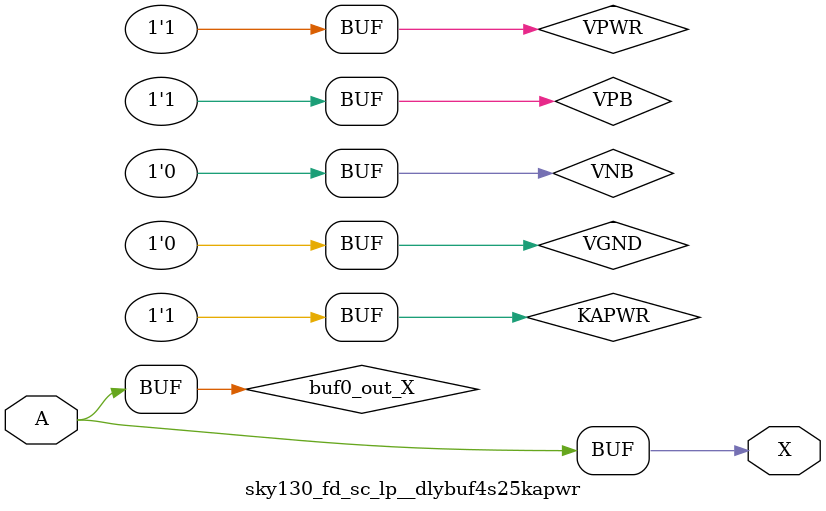
<source format=v>
/*
 * Copyright 2020 The SkyWater PDK Authors
 *
 * Licensed under the Apache License, Version 2.0 (the "License");
 * you may not use this file except in compliance with the License.
 * You may obtain a copy of the License at
 *
 *     https://www.apache.org/licenses/LICENSE-2.0
 *
 * Unless required by applicable law or agreed to in writing, software
 * distributed under the License is distributed on an "AS IS" BASIS,
 * WITHOUT WARRANTIES OR CONDITIONS OF ANY KIND, either express or implied.
 * See the License for the specific language governing permissions and
 * limitations under the License.
 *
 * SPDX-License-Identifier: Apache-2.0
*/


`ifndef SKY130_FD_SC_LP__DLYBUF4S25KAPWR_BEHAVIORAL_V
`define SKY130_FD_SC_LP__DLYBUF4S25KAPWR_BEHAVIORAL_V

/**
 * dlybuf4s25kapwr: Delay Buffer 4-stage 0.25um length inner stage
 *                  gates on keep-alive power rail.
 *
 * Verilog simulation functional model.
 */

`timescale 1ns / 1ps
`default_nettype none

`celldefine
module sky130_fd_sc_lp__dlybuf4s25kapwr (
    X,
    A
);

    // Module ports
    output X;
    input  A;

    // Module supplies
    supply1 VPWR ;
    supply0 VGND ;
    supply1 KAPWR;
    supply1 VPB  ;
    supply0 VNB  ;

    // Local signals
    wire buf0_out_X;

    //  Name  Output      Other arguments
    buf buf0 (buf0_out_X, A              );
    buf buf1 (X         , buf0_out_X     );

endmodule
`endcelldefine

`default_nettype wire
`endif  // SKY130_FD_SC_LP__DLYBUF4S25KAPWR_BEHAVIORAL_V
</source>
